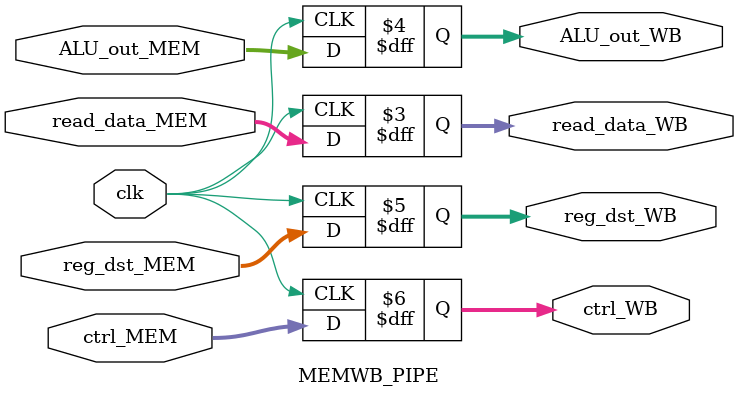
<source format=v>
module MEMWB_PIPE(ctrl_WB, read_data_WB, ALU_out_WB, reg_dst_WB, read_data_MEM, ALU_out_MEM, reg_dst_MEM, ctrl_MEM, clk);

    input[31:0] read_data_MEM, ALU_out_MEM;
    input[4:0] reg_dst_MEM;
    input [3:0] ctrl_MEM;
    input clk;
    output[31:0] read_data_WB, ALU_out_WB;
    output[4:0] reg_dst_WB;
    output [3:0] ctrl_WB;

    reg [31:0] read_data_WB, ALU_out_WB;
    reg [3:0] ctrl_WB;
    reg [4:0] reg_dst_WB;
    
    initial begin
        read_data_WB=0;
        ALU_out_WB=0;
        reg_dst_WB=0;
        ctrl_WB=0;
    end
    
    always @(posedge clk) begin
        read_data_WB=read_data_MEM;
        ALU_out_WB=ALU_out_MEM;
        reg_dst_WB=reg_dst_MEM;
        ctrl_WB=ctrl_MEM;
       //$display("MEMWB: read_data_WB:%h, ALU_out_WB:%h, ctrl_WB:%b, reg_dst_WB:%d", read_data_WB, ALU_out_WB, ctrl_WB, reg_dst_WB);
    end
    
endmodule


</source>
